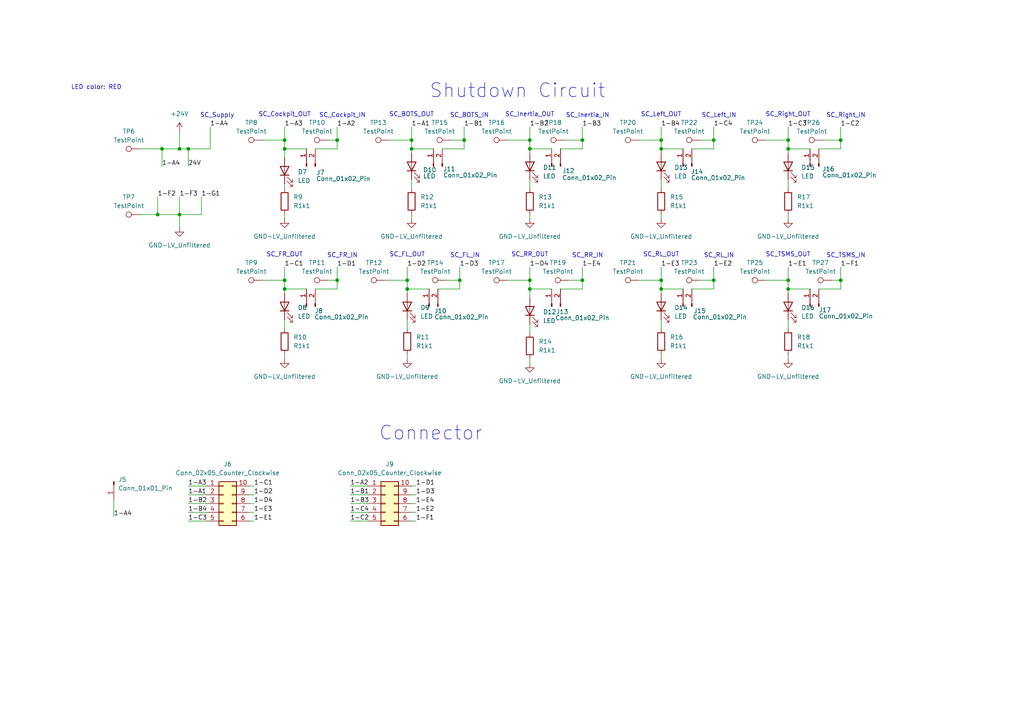
<source format=kicad_sch>
(kicad_sch (version 20231120) (generator "eeschema") (generator_version "8.0")
  (paper "A4")
  (lib_symbols
    (symbol "Connector:Conn_01x01_Pin" (pin_names (offset 1.016) hide)
      (property "Reference" "J" (at 0 2.54 0))
      (property "Value" "Conn_01x01_Pin" (at 0 -2.54 0))
      (symbol "Conn_01x01_Pin_1_1"
        (polyline (pts (xy 1.27 0) (xy 0.8636 0)) (stroke (width 0.1524)))
        (rectangle (start 0.8636 0.127) (end 0 -0.127) (stroke (width 0.1524)) (fill (type outline)))
        (pin passive line (at 5.08 0 180) (length 3.81) (name "Pin_1") (number "1"))
      )
    )
    (symbol "Connector:Conn_01x02_Pin" (pin_names (offset 1.016) hide)
      (property "Reference" "J" (at 0 2.54 0))
      (property "Value" "Conn_01x02_Pin" (at 0 -5.08 0))
      (symbol "Conn_01x02_Pin_1_1"
        (polyline (pts (xy 1.27 -2.54) (xy 0.8636 -2.54)) (stroke (width 0.1524)))
        (polyline (pts (xy 1.27 0) (xy 0.8636 0)) (stroke (width 0.1524)))
        (rectangle (start 0.8636 -2.413) (end 0 -2.667) (stroke (width 0.1524)) (fill (type outline)))
        (rectangle (start 0.8636 0.127) (end 0 -0.127) (stroke (width 0.1524)) (fill (type outline)))
        (pin passive line (at 5.08 0 180) (length 3.81) (name "Pin_1") (number "1"))
        (pin passive line (at 5.08 -2.54 180) (length 3.81) (name "Pin_2") (number "2"))
      )
    )
    (symbol "Connector:TestPoint" (pin_numbers hide) (pin_names (offset 0.762) hide)
      (property "Reference" "TP" (at 0 6.858 0))
      (property "Value" "TestPoint" (at 0 5.08 0))
      (symbol "TestPoint_0_1"
        (circle (center 0 3.302) (radius 0.762))
      )
      (symbol "TestPoint_1_1"
        (pin passive line (at 0 0 90) (length 2.54) (name "1") (number "1"))
      )
    )
    (symbol "Connector_Generic:Conn_02x05_Counter_Clockwise" (pin_names (offset 1.016) hide)
      (property "Reference" "J" (at 1.27 7.62 0))
      (property "Value" "Conn_02x05_Counter_Clockwise" (at 1.27 -7.62 0))
      (symbol "Conn_02x05_Counter_Clockwise_1_1"
        (rectangle (start -1.27 -4.953) (end 0 -5.207) (stroke (width 0.1524)))
        (rectangle (start -1.27 -2.413) (end 0 -2.667) (stroke (width 0.1524)))
        (rectangle (start -1.27 0.127) (end 0 -0.127) (stroke (width 0.1524)))
        (rectangle (start -1.27 2.667) (end 0 2.413) (stroke (width 0.1524)))
        (rectangle (start -1.27 5.207) (end 0 4.953) (stroke (width 0.1524)))
        (rectangle (start -1.27 6.35) (end 3.81 -6.35) (stroke (width 0.254)) (fill (type background)))
        (rectangle (start 3.81 -4.953) (end 2.54 -5.207) (stroke (width 0.1524)))
        (rectangle (start 3.81 -2.413) (end 2.54 -2.667) (stroke (width 0.1524)))
        (rectangle (start 3.81 0.127) (end 2.54 -0.127) (stroke (width 0.1524)))
        (rectangle (start 3.81 2.667) (end 2.54 2.413) (stroke (width 0.1524)))
        (rectangle (start 3.81 5.207) (end 2.54 4.953) (stroke (width 0.1524)))
        (pin passive line (at -5.08 5.08 0) (length 3.81) (name "Pin_1") (number "1"))
        (pin passive line (at 7.62 5.08 180) (length 3.81) (name "Pin_10") (number "10"))
        (pin passive line (at -5.08 2.54 0) (length 3.81) (name "Pin_2") (number "2"))
        (pin passive line (at -5.08 0 0) (length 3.81) (name "Pin_3") (number "3"))
        (pin passive line (at -5.08 -2.54 0) (length 3.81) (name "Pin_4") (number "4"))
        (pin passive line (at -5.08 -5.08 0) (length 3.81) (name "Pin_5") (number "5"))
        (pin passive line (at 7.62 -5.08 180) (length 3.81) (name "Pin_6") (number "6"))
        (pin passive line (at 7.62 -2.54 180) (length 3.81) (name "Pin_7") (number "7"))
        (pin passive line (at 7.62 0 180) (length 3.81) (name "Pin_8") (number "8"))
        (pin passive line (at 7.62 2.54 180) (length 3.81) (name "Pin_9") (number "9"))
      )
    )
    (symbol "Device:LED" (pin_numbers hide) (pin_names (offset 1.016) hide)
      (property "Reference" "D" (at 0 2.54 0))
      (property "Value" "LED" (at 0 -2.54 0))
      (symbol "LED_0_1"
        (polyline (pts (xy -1.27 -1.27) (xy -1.27 1.27)) (stroke (width 0.254)))
        (polyline (pts (xy -1.27 0) (xy 1.27 0)))
        (polyline (pts (xy 1.27 -1.27) (xy 1.27 1.27) (xy -1.27 0) (xy 1.27 -1.27)) (stroke (width 0.254)))
        (polyline (pts (xy -3.048 -0.762) (xy -4.572 -2.286) (xy -3.81 -2.286) (xy -4.572 -2.286) (xy -4.572 -1.524)))
        (polyline (pts (xy -1.778 -0.762) (xy -3.302 -2.286) (xy -2.54 -2.286) (xy -3.302 -2.286) (xy -3.302 -1.524)))
      )
      (symbol "LED_1_1"
        (pin passive line (at -3.81 0 0) (length 2.54) (name "K") (number "1"))
        (pin passive line (at 3.81 0 180) (length 2.54) (name "A") (number "2"))
      )
    )
    (symbol "Device:R" (pin_numbers hide) (pin_names (offset 0))
      (property "Reference" "R" (at 2.032 0 90))
      (property "Value" "R" (at 0 0 90))
      (symbol "R_0_1"
        (rectangle (start -1.016 -2.54) (end 1.016 2.54) (stroke (width 0.254)))
      )
      (symbol "R_1_1"
        (pin passive line (at 0 3.81 270) (length 1.27) (name "~") (number "1"))
        (pin passive line (at 0 -3.81 90) (length 1.27) (name "~") (number "2"))
      )
    )
    (symbol "power:+24V" (power) (pin_numbers hide) (pin_names (offset 0) hide)
      (property "Value" "+24V" (at 0 3.556 0))
      (symbol "+24V_0_1"
        (polyline (pts (xy -0.762 1.27) (xy 0 2.54)))
        (polyline (pts (xy 0 0) (xy 0 2.54)))
        (polyline (pts (xy 0 2.54) (xy 0.762 1.27)))
      )
      (symbol "+24V_1_1"
        (pin power_in line (at 0 0 90) (length 0) (name "~") (number "1"))
      )
    )
    (symbol "power:GND" (power) (pin_numbers hide) (pin_names (offset 0) hide)
      (property "Value" "GND" (at 0 -3.81 0))
      (symbol "GND_0_1"
        (polyline (pts (xy 0 0) (xy 0 -1.27) (xy 1.27 -1.27) (xy 0 -2.54) (xy -1.27 -1.27) (xy 0 -1.27)))
      )
      (symbol "GND_1_1"
        (pin power_in line (at 0 0 270) (length 0) (name "~") (number "1"))
      )
    )
  )
  (junction (at 118.11 81.28))
  (junction (at 228.6 81.28))
  (junction (at 207.01 81.28))
  (junction (at 168.91 40.64))
  (junction (at 153.67 81.28))
  (junction (at 243.84 81.28))
  (junction (at 168.91 81.28))
  (junction (at 228.6 43.18))
  (junction (at 134.62 40.64))
  (junction (at 46.99 43.18))
  (junction (at 54.61 43.18))
  (junction (at 97.79 81.28))
  (junction (at 52.07 62.23))
  (junction (at 191.77 83.82))
  (junction (at 52.07 43.18))
  (junction (at 97.79 40.64))
  (junction (at 118.11 83.82))
  (junction (at 153.67 83.82))
  (junction (at 191.77 43.18))
  (junction (at 82.55 83.82))
  (junction (at 153.67 40.64))
  (junction (at 228.6 40.64))
  (junction (at 82.55 81.28))
  (junction (at 228.6 83.82))
  (junction (at 191.77 40.64))
  (junction (at 45.72 62.23))
  (junction (at 153.67 43.18))
  (junction (at 243.84 40.64))
  (junction (at 191.77 81.28))
  (junction (at 207.01 40.64))
  (junction (at 119.38 40.64))
  (junction (at 82.55 40.64))
  (junction (at 119.38 43.18))
  (junction (at 133.35 81.28))
  (junction (at 82.55 43.18))
  (wire (pts (xy 119.38 43.18) (xy 119.38 44.45)))
  (wire (pts (xy 147.32 40.64) (xy 153.67 40.64)))
  (wire (pts (xy 191.77 92.71) (xy 191.77 95.25)))
  (wire (pts (xy 118.11 81.28) (xy 118.11 83.82)))
  (wire (pts (xy 200.66 83.82) (xy 207.01 83.82)))
  (wire (pts (xy 153.67 77.47) (xy 153.67 81.28)))
  (wire (pts (xy 119.38 36.83) (xy 119.38 40.64)))
  (wire (pts (xy 40.64 43.18) (xy 46.99 43.18)))
  (wire (pts (xy 241.3 81.28) (xy 243.84 81.28)))
  (wire (pts (xy 54.61 151.13) (xy 59.69 151.13)))
  (wire (pts (xy 52.07 43.18) (xy 46.99 43.18)))
  (wire (pts (xy 153.67 36.83) (xy 153.67 40.64)))
  (wire (pts (xy 228.6 40.64) (xy 228.6 43.18)))
  (wire (pts (xy 101.6 146.05) (xy 106.68 146.05)))
  (wire (pts (xy 153.67 62.23) (xy 153.67 63.5)))
  (wire (pts (xy 52.07 62.23) (xy 45.72 62.23)))
  (wire (pts (xy 134.62 36.83) (xy 134.62 40.64)))
  (wire (pts (xy 168.91 81.28) (xy 168.91 83.82)))
  (wire (pts (xy 54.61 43.18) (xy 60.96 43.18)))
  (wire (pts (xy 46.99 43.18) (xy 46.99 48.26)))
  (wire (pts (xy 119.38 62.23) (xy 119.38 63.5)))
  (wire (pts (xy 91.44 83.82) (xy 97.79 83.82)))
  (wire (pts (xy 119.38 140.97) (xy 120.65 140.97)))
  (wire (pts (xy 228.6 36.83) (xy 228.6 40.64)))
  (wire (pts (xy 168.91 36.83) (xy 168.91 40.64)))
  (wire (pts (xy 243.84 77.47) (xy 243.84 81.28)))
  (wire (pts (xy 185.42 81.28) (xy 191.77 81.28)))
  (wire (pts (xy 127 83.82) (xy 133.35 83.82)))
  (wire (pts (xy 52.07 62.23) (xy 52.07 66.04)))
  (wire (pts (xy 203.2 81.28) (xy 207.01 81.28)))
  (wire (pts (xy 97.79 36.83) (xy 97.79 40.64)))
  (wire (pts (xy 168.91 40.64) (xy 168.91 43.18)))
  (wire (pts (xy 200.66 43.18) (xy 207.01 43.18)))
  (wire (pts (xy 191.77 77.47) (xy 191.77 81.28)))
  (wire (pts (xy 113.03 40.64) (xy 119.38 40.64)))
  (wire (pts (xy 95.25 81.28) (xy 97.79 81.28)))
  (wire (pts (xy 133.35 81.28) (xy 133.35 83.82)))
  (wire (pts (xy 72.39 140.97) (xy 73.66 140.97)))
  (wire (pts (xy 191.77 52.07) (xy 191.77 54.61)))
  (wire (pts (xy 101.6 151.13) (xy 106.68 151.13)))
  (wire (pts (xy 101.6 148.59) (xy 106.68 148.59)))
  (wire (pts (xy 82.55 77.47) (xy 82.55 81.28)))
  (wire (pts (xy 207.01 81.28) (xy 207.01 83.82)))
  (wire (pts (xy 72.39 143.51) (xy 73.66 143.51)))
  (wire (pts (xy 82.55 43.18) (xy 88.9 43.18)))
  (wire (pts (xy 76.2 81.28) (xy 82.55 81.28)))
  (wire (pts (xy 97.79 81.28) (xy 97.79 83.82)))
  (wire (pts (xy 33.02 144.78) (xy 33.02 149.86)))
  (wire (pts (xy 153.67 52.07) (xy 153.67 54.61)))
  (wire (pts (xy 237.49 43.18) (xy 243.84 43.18)))
  (wire (pts (xy 191.77 81.28) (xy 191.77 83.82)))
  (wire (pts (xy 82.55 92.71) (xy 82.55 95.25)))
  (wire (pts (xy 153.67 43.18) (xy 160.02 43.18)))
  (wire (pts (xy 153.67 40.64) (xy 153.67 43.18)))
  (wire (pts (xy 82.55 102.87) (xy 82.55 104.14)))
  (wire (pts (xy 191.77 43.18) (xy 191.77 44.45)))
  (wire (pts (xy 119.38 148.59) (xy 120.65 148.59)))
  (wire (pts (xy 185.42 40.64) (xy 191.77 40.64)))
  (wire (pts (xy 128.27 43.18) (xy 134.62 43.18)))
  (wire (pts (xy 238.76 40.64) (xy 243.84 40.64)))
  (wire (pts (xy 118.11 83.82) (xy 124.46 83.82)))
  (wire (pts (xy 222.25 81.28) (xy 228.6 81.28)))
  (wire (pts (xy 118.11 92.71) (xy 118.11 95.25)))
  (wire (pts (xy 191.77 43.18) (xy 198.12 43.18)))
  (wire (pts (xy 52.07 38.1) (xy 52.07 43.18)))
  (wire (pts (xy 52.07 57.15) (xy 52.07 62.23)))
  (wire (pts (xy 228.6 43.18) (xy 228.6 44.45)))
  (wire (pts (xy 60.96 36.83) (xy 60.96 43.18)))
  (wire (pts (xy 119.38 146.05) (xy 120.65 146.05)))
  (wire (pts (xy 82.55 40.64) (xy 82.55 43.18)))
  (wire (pts (xy 203.2 40.64) (xy 207.01 40.64)))
  (wire (pts (xy 191.77 62.23) (xy 191.77 63.5)))
  (wire (pts (xy 54.61 148.59) (xy 59.69 148.59)))
  (wire (pts (xy 228.6 83.82) (xy 228.6 85.09)))
  (wire (pts (xy 82.55 36.83) (xy 82.55 40.64)))
  (wire (pts (xy 163.83 40.64) (xy 168.91 40.64)))
  (wire (pts (xy 111.76 81.28) (xy 118.11 81.28)))
  (wire (pts (xy 191.77 102.87) (xy 191.77 104.14)))
  (wire (pts (xy 153.67 104.14) (xy 153.67 105.41)))
  (wire (pts (xy 45.72 57.15) (xy 45.72 62.23)))
  (wire (pts (xy 153.67 93.98) (xy 153.67 96.52)))
  (wire (pts (xy 82.55 43.18) (xy 82.55 45.72)))
  (wire (pts (xy 191.77 83.82) (xy 191.77 85.09)))
  (wire (pts (xy 72.39 151.13) (xy 73.66 151.13)))
  (wire (pts (xy 207.01 40.64) (xy 207.01 43.18)))
  (wire (pts (xy 54.61 140.97) (xy 59.69 140.97)))
  (wire (pts (xy 165.1 81.28) (xy 168.91 81.28)))
  (wire (pts (xy 243.84 36.83) (xy 243.84 40.64)))
  (wire (pts (xy 162.56 43.18) (xy 168.91 43.18)))
  (wire (pts (xy 52.07 62.23) (xy 58.42 62.23)))
  (wire (pts (xy 222.25 40.64) (xy 228.6 40.64)))
  (wire (pts (xy 168.91 77.47) (xy 168.91 81.28)))
  (wire (pts (xy 133.35 77.47) (xy 133.35 81.28)))
  (wire (pts (xy 191.77 83.82) (xy 198.12 83.82)))
  (wire (pts (xy 153.67 83.82) (xy 153.67 86.36)))
  (wire (pts (xy 119.38 40.64) (xy 119.38 43.18)))
  (wire (pts (xy 95.25 40.64) (xy 97.79 40.64)))
  (wire (pts (xy 101.6 143.51) (xy 106.68 143.51)))
  (wire (pts (xy 207.01 36.83) (xy 207.01 40.64)))
  (wire (pts (xy 52.07 43.18) (xy 54.61 43.18)))
  (wire (pts (xy 153.67 81.28) (xy 153.67 83.82)))
  (wire (pts (xy 228.6 92.71) (xy 228.6 95.25)))
  (wire (pts (xy 129.54 81.28) (xy 133.35 81.28)))
  (wire (pts (xy 82.55 62.23) (xy 82.55 63.5)))
  (wire (pts (xy 58.42 57.15) (xy 58.42 62.23)))
  (wire (pts (xy 72.39 148.59) (xy 73.66 148.59)))
  (wire (pts (xy 54.61 43.18) (xy 54.61 48.26)))
  (wire (pts (xy 243.84 81.28) (xy 243.84 83.82)))
  (wire (pts (xy 147.32 81.28) (xy 153.67 81.28)))
  (wire (pts (xy 130.81 40.64) (xy 134.62 40.64)))
  (wire (pts (xy 228.6 102.87) (xy 228.6 104.14)))
  (wire (pts (xy 191.77 36.83) (xy 191.77 40.64)))
  (wire (pts (xy 228.6 62.23) (xy 228.6 63.5)))
  (wire (pts (xy 91.44 43.18) (xy 97.79 43.18)))
  (wire (pts (xy 119.38 143.51) (xy 120.65 143.51)))
  (wire (pts (xy 119.38 43.18) (xy 125.73 43.18)))
  (wire (pts (xy 118.11 83.82) (xy 118.11 85.09)))
  (wire (pts (xy 101.6 140.97) (xy 106.68 140.97)))
  (wire (pts (xy 76.2 40.64) (xy 82.55 40.64)))
  (wire (pts (xy 40.64 62.23) (xy 45.72 62.23)))
  (wire (pts (xy 97.79 77.47) (xy 97.79 81.28)))
  (wire (pts (xy 237.49 83.82) (xy 243.84 83.82)))
  (wire (pts (xy 82.55 81.28) (xy 82.55 83.82)))
  (wire (pts (xy 191.77 40.64) (xy 191.77 43.18)))
  (wire (pts (xy 228.6 43.18) (xy 234.95 43.18)))
  (wire (pts (xy 228.6 83.82) (xy 234.95 83.82)))
  (wire (pts (xy 119.38 151.13) (xy 120.65 151.13)))
  (wire (pts (xy 82.55 53.34) (xy 82.55 54.61)))
  (wire (pts (xy 153.67 43.18) (xy 153.67 44.45)))
  (wire (pts (xy 228.6 52.07) (xy 228.6 54.61)))
  (wire (pts (xy 134.62 40.64) (xy 134.62 43.18)))
  (wire (pts (xy 72.39 146.05) (xy 73.66 146.05)))
  (wire (pts (xy 118.11 102.87) (xy 118.11 104.14)))
  (wire (pts (xy 228.6 81.28) (xy 228.6 83.82)))
  (wire (pts (xy 207.01 77.47) (xy 207.01 81.28)))
  (wire (pts (xy 54.61 146.05) (xy 59.69 146.05)))
  (wire (pts (xy 153.67 83.82) (xy 160.02 83.82)))
  (wire (pts (xy 82.55 83.82) (xy 88.9 83.82)))
  (wire (pts (xy 97.79 40.64) (xy 97.79 43.18)))
  (wire (pts (xy 54.61 143.51) (xy 59.69 143.51)))
  (wire (pts (xy 228.6 77.47) (xy 228.6 81.28)))
  (wire (pts (xy 118.11 77.47) (xy 118.11 81.28)))
  (wire (pts (xy 119.38 52.07) (xy 119.38 54.61)))
  (wire (pts (xy 243.84 40.64) (xy 243.84 43.18)))
  (wire (pts (xy 162.56 83.82) (xy 168.91 83.82)))
  (wire (pts (xy 82.55 83.82) (xy 82.55 85.09)))
  (text "SC_TSMS_OUT" (at 228.6 73.914 0) (effects (font (size 1.27 1.27))))
  (text "SC_Cockpit_IN" (at 99.314 33.528 0) (effects (font (size 1.27 1.27))))
  (text "Shutdown Circuit" (at 150.114 26.416 0) (effects (font (size 4 4))))
  (text "SC_Right_OUT" (at 228.6 33.274 0) (effects (font (size 1.27 1.27))))
  (text "LED color: RED" (at 27.94 25.4 0) (effects (font (size 1.27 1.27))))
  (text "SC_TSMS_IN" (at 245.364 74.168 0) (effects (font (size 1.27 1.27))))
  (text "SC_FL_OUT" (at 118.11 73.914 0) (effects (font (size 1.27 1.27))))
  (text "Connector" (at 124.968 125.73 0) (effects (font (size 4 4))))
  (text "SC_Left_IN" (at 208.534 33.528 0) (effects (font (size 1.27 1.27))))
  (text "SC_Supply" (at 62.992 33.528 0) (effects (font (size 1.27 1.27))))
  (text "SC_Left_OUT" (at 191.77 33.274 0) (effects (font (size 1.27 1.27))))
  (text "SC_RL_IN" (at 208.534 74.168 0) (effects (font (size 1.27 1.27))))
  (text "SC_FR_OUT" (at 82.55 73.914 0) (effects (font (size 1.27 1.27))))
  (text "SC_Right_IN" (at 245.364 33.528 0) (effects (font (size 1.27 1.27))))
  (text "SC_FR_IN" (at 99.314 74.168 0) (effects (font (size 1.27 1.27))))
  (text "SC_FL_IN" (at 134.874 74.168 0) (effects (font (size 1.27 1.27))))
  (text "SC_BOTS_IN\n" (at 136.144 33.528 0) (effects (font (size 1.27 1.27))))
  (text "SC_RR_OUT" (at 153.67 73.914 0) (effects (font (size 1.27 1.27))))
  (text "SC_Inertia_OUT\n" (at 153.67 33.274 0) (effects (font (size 1.27 1.27))))
  (text "SC_RL_OUT" (at 191.77 73.914 0) (effects (font (size 1.27 1.27))))
  (text "SC_RR_IN" (at 170.434 74.168 0) (effects (font (size 1.27 1.27))))
  (text "SC_Inertia_IN" (at 170.434 33.528 0) (effects (font (size 1.27 1.27))))
  (text "SC_BOTS_OUT" (at 119.38 33.274 0) (effects (font (size 1.27 1.27))))
  (text "SC_Cockpit_OUT" (at 82.55 33.274 0) (effects (font (size 1.27 1.27))))
  (label "1-C2" (at 101.6 151.13 0))
  (label "1-A4" (at 33.02 149.86 0))
  (label "1-E3" (at 191.77 77.47 0))
  (label "1-A3" (at 54.61 140.97 0))
  (label "24V" (at 54.61 48.26 0))
  (label "1-D4" (at 153.67 77.47 0))
  (label "1-E4" (at 120.65 146.05 0))
  (label "1-A1" (at 54.61 143.51 0))
  (label "1-A4" (at 46.99 48.26 0))
  (label "1-F1" (at 243.84 77.47 0))
  (label "1-C3" (at 228.6 36.83 0))
  (label "1-B4" (at 191.77 36.83 0))
  (label "1-D2" (at 118.11 77.47 0))
  (label "1-A2" (at 97.79 36.83 0))
  (label "1-B1" (at 134.62 36.83 0))
  (label "1-C4" (at 101.6 148.59 0))
  (label "1-D4" (at 73.66 146.05 0))
  (label "1-E2" (at 207.01 77.47 0))
  (label "1-C1" (at 73.66 140.97 0))
  (label "1-C2" (at 243.84 36.83 0))
  (label "1-A4" (at 60.96 36.83 0))
  (label "1-C4" (at 207.01 36.83 0))
  (label "1-D3" (at 133.35 77.47 0))
  (label "1-D1" (at 120.65 140.97 0))
  (label "1-C3" (at 54.61 151.13 0))
  (label "1-B2" (at 54.61 146.05 0))
  (label "1-B2" (at 153.67 36.83 0))
  (label "1-F3" (at 52.07 57.15 0))
  (label "1-D1" (at 97.79 77.47 0))
  (label "1-G1" (at 58.42 57.15 0))
  (label "1-A2" (at 101.6 140.97 0))
  (label "1-E3" (at 73.66 148.59 0))
  (label "1-C1" (at 82.55 77.47 0))
  (label "1-D2" (at 73.66 143.51 0))
  (label "1-E1" (at 228.6 77.47 0))
  (label "1-B3" (at 168.91 36.83 0))
  (label "1-B3" (at 101.6 146.05 0))
  (label "1-E2" (at 120.65 148.59 0))
  (label "1-F1" (at 120.65 151.13 0))
  (label "1-D3" (at 120.65 143.51 0))
  (label "1-B4" (at 54.61 148.59 0))
  (label "1-B1" (at 101.6 143.51 0))
  (label "1-A1" (at 119.38 36.83 0))
  (label "1-A3" (at 82.55 36.83 0))
  (label "1-F2" (at 45.72 57.15 0))
  (label "1-E1" (at 73.66 151.13 0))
  (label "1-E4" (at 168.91 77.47 0))
  (symbol (lib_id "Connector:TestPoint") (at 95.25 81.28 90) (unit 1)
    (property "Reference" "TP11" (at 91.948 76.2 90))
    (property "Value" "TestPoint" (at 91.948 78.74 90))
    (property "Footprint" "TestPoint:TestPoint_Keystone_5010-5014_Multipurpose" (effects (hide yes)))
    (property "Description" "test point" (effects (hide yes)))
  )
  (symbol (lib_id "Device:R") (at 228.6 58.42 0) (unit 1)
    (property "Reference" "R17" (at 231.14 57.1499 0) (effects (justify left)))
    (property "Value" "R1k1" (at 231.14 59.6899 0) (effects (justify left)))
    (property "Footprint" "Resistor_SMD:R_1206_3216Metric_Pad1.30x1.75mm_HandSolder" (effects (hide yes)))
    (property "Description" "Resistor" (effects (hide yes)))
  )
  (symbol (lib_id "Connector:TestPoint") (at 147.32 40.64 90) (unit 1)
    (property "Reference" "TP16" (at 144.018 35.56 90))
    (property "Value" "TestPoint" (at 144.018 38.1 90))
    (property "Footprint" "TestPoint:TestPoint_Keystone_5010-5014_Multipurpose" (effects (hide yes)))
    (property "Description" "test point" (effects (hide yes)))
  )
  (symbol (lib_id "Connector:TestPoint") (at 163.83 40.64 90) (unit 1)
    (property "Reference" "TP18" (at 160.528 35.56 90))
    (property "Value" "TestPoint" (at 160.528 38.1 90))
    (property "Footprint" "TestPoint:TestPoint_Keystone_5010-5014_Multipurpose" (effects (hide yes)))
    (property "Description" "test point" (effects (hide yes)))
  )
  (symbol (lib_id "Connector:Conn_01x02_Pin") (at 88.9 48.26 90) (unit 1)
    (property "Reference" "J7" (at 92.964 50.038 90))
    (property "Value" "Conn_01x02_Pin" (at 99.568 51.816 90))
    (property "Footprint" "Connector_PinHeader_2.54mm:PinHeader_1x02_P2.54mm_Vertical" (effects (hide yes)))
    (property "Description" "Generic connector, single row, 01x02, script generated" (effects (hide yes)))
  )
  (symbol (lib_id "Connector:TestPoint") (at 95.25 40.64 90) (unit 1)
    (property "Reference" "TP10" (at 91.948 35.56 90))
    (property "Value" "TestPoint" (at 91.948 38.1 90))
    (property "Footprint" "TestPoint:TestPoint_Keystone_5010-5014_Multipurpose" (effects (hide yes)))
    (property "Description" "test point" (effects (hide yes)))
  )
  (symbol (lib_id "power:GND") (at 153.67 63.5 0) (unit 1)
    (property "Reference" "#PWR015" (effects (hide yes)))
    (property "Value" "GND-LV_Unfiltered" (at 153.67 68.58 0))
    (property "Description" "Power symbol creates a global label with name \"GND\" , ground" (effects (hide yes)))
  )
  (symbol (lib_id "Device:LED") (at 153.67 90.17 90) (unit 1)
    (property "Reference" "D12" (at 157.48 90.4874 90) (effects (justify right)))
    (property "Value" "LED" (at 157.48 93.0274 90) (effects (justify right)))
    (property "Footprint" "LED_SMD:LED_0805_2012Metric_Pad1.15x1.40mm_HandSolder" (effects (hide yes)))
    (property "Description" "Light emitting diode" (effects (hide yes)))
  )
  (symbol (lib_id "Device:LED") (at 191.77 88.9 90) (unit 1)
    (property "Reference" "D14" (at 195.58 89.2174 90) (effects (justify right)))
    (property "Value" "LED" (at 195.58 91.7574 90) (effects (justify right)))
    (property "Footprint" "LED_SMD:LED_0805_2012Metric_Pad1.15x1.40mm_HandSolder" (effects (hide yes)))
    (property "Description" "Light emitting diode" (effects (hide yes)))
  )
  (symbol (lib_id "Connector:Conn_01x02_Pin") (at 88.9 88.9 90) (unit 1)
    (property "Reference" "J8" (at 92.456 90.17 90))
    (property "Value" "Conn_01x02_Pin" (at 99.06 91.948 90))
    (property "Footprint" "Connector_PinHeader_2.54mm:PinHeader_1x02_P2.54mm_Vertical" (effects (hide yes)))
    (property "Description" "Generic connector, single row, 01x02, script generated" (effects (hide yes)))
  )
  (symbol (lib_id "Device:R") (at 119.38 58.42 0) (unit 1)
    (property "Reference" "R12" (at 121.92 57.1499 0) (effects (justify left)))
    (property "Value" "R1k1" (at 121.92 59.6899 0) (effects (justify left)))
    (property "Footprint" "Resistor_SMD:R_1206_3216Metric_Pad1.30x1.75mm_HandSolder" (effects (hide yes)))
    (property "Description" "Resistor" (effects (hide yes)))
  )
  (symbol (lib_id "Device:R") (at 118.11 99.06 0) (unit 1)
    (property "Reference" "R11" (at 120.65 97.7899 0) (effects (justify left)))
    (property "Value" "R1k1" (at 120.65 100.3299 0) (effects (justify left)))
    (property "Footprint" "Resistor_SMD:R_1206_3216Metric_Pad1.30x1.75mm_HandSolder" (effects (hide yes)))
    (property "Description" "Resistor" (effects (hide yes)))
  )
  (symbol (lib_id "Connector:TestPoint") (at 76.2 40.64 90) (unit 1)
    (property "Reference" "TP8" (at 72.898 35.56 90))
    (property "Value" "TestPoint" (at 72.898 38.1 90))
    (property "Footprint" "TestPoint:TestPoint_Keystone_5010-5014_Multipurpose" (effects (hide yes)))
    (property "Description" "test point" (effects (hide yes)))
  )
  (symbol (lib_id "Connector:TestPoint") (at 113.03 40.64 90) (unit 1)
    (property "Reference" "TP13" (at 109.728 35.56 90))
    (property "Value" "TestPoint" (at 109.728 38.1 90))
    (property "Footprint" "TestPoint:TestPoint_Keystone_5010-5014_Multipurpose" (effects (hide yes)))
    (property "Description" "test point" (effects (hide yes)))
  )
  (symbol (lib_id "power:GND") (at 119.38 63.5 0) (unit 1)
    (property "Reference" "#PWR014" (effects (hide yes)))
    (property "Value" "GND-LV_Unfiltered" (at 119.38 68.58 0))
    (property "Description" "Power symbol creates a global label with name \"GND\" , ground" (effects (hide yes)))
  )
  (symbol (lib_id "Connector:TestPoint") (at 222.25 81.28 90) (unit 1)
    (property "Reference" "TP25" (at 218.948 76.2 90))
    (property "Value" "TestPoint" (at 218.948 78.74 90))
    (property "Footprint" "TestPoint:TestPoint_Keystone_5010-5014_Multipurpose" (effects (hide yes)))
    (property "Description" "test point" (effects (hide yes)))
  )
  (symbol (lib_id "Device:LED") (at 153.67 48.26 90) (unit 1)
    (property "Reference" "D11" (at 157.48 48.5774 90) (effects (justify right)))
    (property "Value" "LED" (at 157.48 51.1174 90) (effects (justify right)))
    (property "Footprint" "LED_SMD:LED_0805_2012Metric_Pad1.15x1.40mm_HandSolder" (effects (hide yes)))
    (property "Description" "Light emitting diode" (effects (hide yes)))
  )
  (symbol (lib_id "Connector:TestPoint") (at 76.2 81.28 90) (unit 1)
    (property "Reference" "TP9" (at 72.898 76.2 90))
    (property "Value" "TestPoint" (at 72.898 78.74 90))
    (property "Footprint" "TestPoint:TestPoint_Keystone_5010-5014_Multipurpose" (effects (hide yes)))
    (property "Description" "test point" (effects (hide yes)))
  )
  (symbol (lib_id "power:GND") (at 191.77 63.5 0) (unit 1)
    (property "Reference" "#PWR017" (effects (hide yes)))
    (property "Value" "GND-LV_Unfiltered" (at 191.77 68.58 0))
    (property "Description" "Power symbol creates a global label with name \"GND\" , ground" (effects (hide yes)))
  )
  (symbol (lib_id "Device:R") (at 82.55 58.42 0) (unit 1)
    (property "Reference" "R9" (at 85.09 57.1499 0) (effects (justify left)))
    (property "Value" "R1k1" (at 85.09 59.6899 0) (effects (justify left)))
    (property "Footprint" "Resistor_SMD:R_1206_3216Metric_Pad1.30x1.75mm_HandSolder" (effects (hide yes)))
    (property "Description" "Resistor" (effects (hide yes)))
  )
  (symbol (lib_id "Connector:TestPoint") (at 40.64 62.23 90) (unit 1)
    (property "Reference" "TP7" (at 37.338 57.15 90))
    (property "Value" "TestPoint" (at 37.338 59.69 90))
    (property "Footprint" "TestPoint:TestPoint_Keystone_5010-5014_Multipurpose" (effects (hide yes)))
    (property "Description" "test point" (effects (hide yes)))
  )
  (symbol (lib_id "power:GND") (at 191.77 104.14 0) (unit 1)
    (property "Reference" "#PWR018" (effects (hide yes)))
    (property "Value" "GND-LV_Unfiltered" (at 191.77 109.22 0))
    (property "Description" "Power symbol creates a global label with name \"GND\" , ground" (effects (hide yes)))
  )
  (symbol (lib_id "Connector:Conn_01x02_Pin") (at 198.12 88.9 90) (unit 1)
    (property "Reference" "J15" (at 202.946 90.17 90))
    (property "Value" "Conn_01x02_Pin" (at 208.788 91.948 90))
    (property "Footprint" "Connector_PinHeader_2.54mm:PinHeader_1x02_P2.54mm_Vertical" (effects (hide yes)))
    (property "Description" "Generic connector, single row, 01x02, script generated" (effects (hide yes)))
  )
  (symbol (lib_id "power:GND") (at 228.6 63.5 0) (unit 1)
    (property "Reference" "#PWR019" (effects (hide yes)))
    (property "Value" "GND-LV_Unfiltered" (at 228.6 68.58 0))
    (property "Description" "Power symbol creates a global label with name \"GND\" , ground" (effects (hide yes)))
  )
  (symbol (lib_id "Device:R") (at 191.77 99.06 0) (unit 1)
    (property "Reference" "R16" (at 194.31 97.7899 0) (effects (justify left)))
    (property "Value" "R1k1" (at 194.31 100.3299 0) (effects (justify left)))
    (property "Footprint" "Resistor_SMD:R_1206_3216Metric_Pad1.30x1.75mm_HandSolder" (effects (hide yes)))
    (property "Description" "Resistor" (effects (hide yes)))
  )
  (symbol (lib_id "Connector:TestPoint") (at 40.64 43.18 90) (unit 1)
    (property "Reference" "TP6" (at 37.338 38.1 90))
    (property "Value" "TestPoint" (at 37.338 40.64 90))
    (property "Footprint" "TestPoint:TestPoint_Keystone_5010-5014_Multipurpose" (effects (hide yes)))
    (property "Description" "test point" (effects (hide yes)))
  )
  (symbol (lib_id "Connector:Conn_01x02_Pin") (at 124.46 88.9 90) (unit 1)
    (property "Reference" "J10" (at 127.762 90.17 90))
    (property "Value" "Conn_01x02_Pin" (at 133.858 91.948 90))
    (property "Footprint" "Connector_PinHeader_2.54mm:PinHeader_1x02_P2.54mm_Vertical" (effects (hide yes)))
    (property "Description" "Generic connector, single row, 01x02, script generated" (effects (hide yes)))
  )
  (symbol (lib_id "Connector:TestPoint") (at 129.54 81.28 90) (unit 1)
    (property "Reference" "TP14" (at 126.238 76.2 90))
    (property "Value" "TestPoint" (at 126.238 78.74 90))
    (property "Footprint" "TestPoint:TestPoint_Keystone_5010-5014_Multipurpose" (effects (hide yes)))
    (property "Description" "test point" (effects (hide yes)))
  )
  (symbol (lib_id "Connector:Conn_01x01_Pin") (at 33.02 139.7 270) (unit 1)
    (property "Reference" "J5" (at 34.29 139.0649 90) (effects (justify left)))
    (property "Value" "Conn_01x01_Pin" (at 34.29 141.6049 90) (effects (justify left)))
    (property "Footprint" "TestPoint:TestPoint_Keystone_5010-5014_Multipurpose" (effects (hide yes)))
    (property "Description" "Generic connector, single row, 01x01, script generated" (effects (hide yes)))
  )
  (symbol (lib_id "power:GND") (at 52.07 66.04 0) (unit 1)
    (property "Reference" "#PWR010" (effects (hide yes)))
    (property "Value" "GND-LV_Unfiltered" (at 52.07 71.12 0))
    (property "Description" "Power symbol creates a global label with name \"GND\" , ground" (effects (hide yes)))
  )
  (symbol (lib_id "Device:LED") (at 228.6 48.26 90) (unit 1)
    (property "Reference" "D15" (at 232.41 48.5774 90) (effects (justify right)))
    (property "Value" "LED" (at 232.41 51.1174 90) (effects (justify right)))
    (property "Footprint" "LED_SMD:LED_0805_2012Metric_Pad1.15x1.40mm_HandSolder" (effects (hide yes)))
    (property "Description" "Light emitting diode" (effects (hide yes)))
  )
  (symbol (lib_id "Connector:TestPoint") (at 203.2 40.64 90) (unit 1)
    (property "Reference" "TP22" (at 199.898 35.56 90))
    (property "Value" "TestPoint" (at 199.898 38.1 90))
    (property "Footprint" "TestPoint:TestPoint_Keystone_5010-5014_Multipurpose" (effects (hide yes)))
    (property "Description" "test point" (effects (hide yes)))
  )
  (symbol (lib_id "Connector:TestPoint") (at 185.42 40.64 90) (unit 1)
    (property "Reference" "TP20" (at 182.118 35.56 90))
    (property "Value" "TestPoint" (at 182.118 38.1 90))
    (property "Footprint" "TestPoint:TestPoint_Keystone_5010-5014_Multipurpose" (effects (hide yes)))
    (property "Description" "test point" (effects (hide yes)))
  )
  (symbol (lib_id "Device:LED") (at 119.38 48.26 90) (unit 1)
    (property "Reference" "D10" (at 122.682 49.276 90) (effects (justify right)))
    (property "Value" "LED" (at 122.682 51.054 90) (effects (justify right)))
    (property "Footprint" "LED_SMD:LED_0805_2012Metric_Pad1.15x1.40mm_HandSolder" (effects (hide yes)))
    (property "Description" "Light emitting diode" (effects (hide yes)))
  )
  (symbol (lib_id "power:+24V") (at 52.07 38.1 0) (unit 1)
    (property "Reference" "#PWR09" (effects (hide yes)))
    (property "Value" "+24V" (at 52.07 33.02 0))
    (property "Description" "Power symbol creates a global label with name \"+24V\"" (effects (hide yes)))
  )
  (symbol (lib_id "Device:LED") (at 118.11 88.9 90) (unit 1)
    (property "Reference" "D9" (at 121.92 89.2174 90) (effects (justify right)))
    (property "Value" "LED" (at 121.92 91.7574 90) (effects (justify right)))
    (property "Footprint" "LED_SMD:LED_0805_2012Metric_Pad1.15x1.40mm_HandSolder" (effects (hide yes)))
    (property "Description" "Light emitting diode" (effects (hide yes)))
  )
  (symbol (lib_id "Connector:TestPoint") (at 165.1 81.28 90) (unit 1)
    (property "Reference" "TP19" (at 161.798 76.2 90))
    (property "Value" "TestPoint" (at 161.798 78.74 90))
    (property "Footprint" "TestPoint:TestPoint_Keystone_5010-5014_Multipurpose" (effects (hide yes)))
    (property "Description" "test point" (effects (hide yes)))
  )
  (symbol (lib_id "power:GND") (at 82.55 104.14 0) (unit 1)
    (property "Reference" "#PWR012" (effects (hide yes)))
    (property "Value" "GND-LV_Unfiltered" (at 82.55 109.22 0))
    (property "Description" "Power symbol creates a global label with name \"GND\" , ground" (effects (hide yes)))
  )
  (symbol (lib_id "Connector:TestPoint") (at 241.3 81.28 90) (unit 1)
    (property "Reference" "TP27" (at 237.998 76.2 90))
    (property "Value" "TestPoint" (at 237.998 78.74 90))
    (property "Footprint" "TestPoint:TestPoint_Keystone_5010-5014_Multipurpose" (effects (hide yes)))
    (property "Description" "test point" (effects (hide yes)))
  )
  (symbol (lib_id "power:GND") (at 118.11 104.14 0) (unit 1)
    (property "Reference" "#PWR013" (effects (hide yes)))
    (property "Value" "GND-LV_Unfiltered" (at 118.11 109.22 0))
    (property "Description" "Power symbol creates a global label with name \"GND\" , ground" (effects (hide yes)))
  )
  (symbol (lib_id "power:GND") (at 228.6 104.14 0) (unit 1)
    (property "Reference" "#PWR020" (effects (hide yes)))
    (property "Value" "GND-LV_Unfiltered" (at 228.6 109.22 0))
    (property "Description" "Power symbol creates a global label with name \"GND\" , ground" (effects (hide yes)))
  )
  (symbol (lib_id "Connector:Conn_01x02_Pin") (at 234.95 88.9 90) (unit 1)
    (property "Reference" "J17" (at 239.268 89.916 90))
    (property "Value" "Conn_01x02_Pin" (at 245.364 91.694 90))
    (property "Footprint" "Connector_PinHeader_2.54mm:PinHeader_1x02_P2.54mm_Vertical" (effects (hide yes)))
    (property "Description" "Generic connector, single row, 01x02, script generated" (effects (hide yes)))
  )
  (symbol (lib_id "Connector:Conn_01x02_Pin") (at 198.12 48.26 90) (unit 1)
    (property "Reference" "J14" (at 202.184 49.784 90))
    (property "Value" "Conn_01x02_Pin" (at 208.28 51.562 90))
    (property "Footprint" "Connector_PinHeader_2.54mm:PinHeader_1x02_P2.54mm_Vertical" (effects (hide yes)))
    (property "Description" "Generic connector, single row, 01x02, script generated" (effects (hide yes)))
  )
  (symbol (lib_id "Device:R") (at 153.67 58.42 0) (unit 1)
    (property "Reference" "R13" (at 156.21 57.1499 0) (effects (justify left)))
    (property "Value" "R1k1" (at 156.21 59.6899 0) (effects (justify left)))
    (property "Footprint" "Resistor_SMD:R_1206_3216Metric_Pad1.30x1.75mm_HandSolder" (effects (hide yes)))
    (property "Description" "Resistor" (effects (hide yes)))
  )
  (symbol (lib_id "Connector:TestPoint") (at 222.25 40.64 90) (unit 1)
    (property "Reference" "TP24" (at 218.948 35.56 90))
    (property "Value" "TestPoint" (at 218.948 38.1 90))
    (property "Footprint" "TestPoint:TestPoint_Keystone_5010-5014_Multipurpose" (effects (hide yes)))
    (property "Description" "test point" (effects (hide yes)))
  )
  (symbol (lib_id "Connector:TestPoint") (at 203.2 81.28 90) (unit 1)
    (property "Reference" "TP23" (at 199.898 76.2 90))
    (property "Value" "TestPoint" (at 199.898 78.74 90))
    (property "Footprint" "TestPoint:TestPoint_Keystone_5010-5014_Multipurpose" (effects (hide yes)))
    (property "Description" "test point" (effects (hide yes)))
  )
  (symbol (lib_id "Connector:TestPoint") (at 238.76 40.64 90) (unit 1)
    (property "Reference" "TP26" (at 235.458 35.56 90))
    (property "Value" "TestPoint" (at 235.458 38.1 90))
    (property "Footprint" "TestPoint:TestPoint_Keystone_5010-5014_Multipurpose" (effects (hide yes)))
    (property "Description" "test point" (effects (hide yes)))
  )
  (symbol (lib_id "power:GND") (at 82.55 63.5 0) (unit 1)
    (property "Reference" "#PWR011" (effects (hide yes)))
    (property "Value" "GND-LV_Unfiltered" (at 82.55 68.58 0))
    (property "Description" "Power symbol creates a global label with name \"GND\" , ground" (effects (hide yes)))
  )
  (symbol (lib_id "Device:R") (at 82.55 99.06 0) (unit 1)
    (property "Reference" "R10" (at 85.09 97.7899 0) (effects (justify left)))
    (property "Value" "R1k1" (at 85.09 100.3299 0) (effects (justify left)))
    (property "Footprint" "Resistor_SMD:R_1206_3216Metric_Pad1.30x1.75mm_HandSolder" (effects (hide yes)))
    (property "Description" "Resistor" (effects (hide yes)))
  )
  (symbol (lib_id "Connector:Conn_01x02_Pin") (at 160.02 88.9 90) (unit 1)
    (property "Reference" "J13" (at 163.068 90.424 90))
    (property "Value" "Conn_01x02_Pin" (at 168.91 92.202 90))
    (property "Footprint" "Connector_PinHeader_2.54mm:PinHeader_1x02_P2.54mm_Vertical" (effects (hide yes)))
    (property "Description" "Generic connector, single row, 01x02, script generated" (effects (hide yes)))
  )
  (symbol (lib_id "power:GND") (at 153.67 105.41 0) (unit 1)
    (property "Reference" "#PWR016" (effects (hide yes)))
    (property "Value" "GND-LV_Unfiltered" (at 153.67 110.49 0))
    (property "Description" "Power symbol creates a global label with name \"GND\" , ground" (effects (hide yes)))
  )
  (symbol (lib_id "Device:LED") (at 82.55 49.53 90) (unit 1)
    (property "Reference" "D7" (at 86.36 49.8474 90) (effects (justify right)))
    (property "Value" "LED" (at 86.36 52.3874 90) (effects (justify right)))
    (property "Footprint" "LED_SMD:LED_0805_2012Metric_Pad1.15x1.40mm_HandSolder" (effects (hide yes)))
    (property "Description" "Light emitting diode" (effects (hide yes)))
  )
  (symbol (lib_id "Connector_Generic:Conn_02x05_Counter_Clockwise") (at 64.77 146.05 0) (unit 1)
    (property "Reference" "J6" (at 66.04 134.62 0))
    (property "Value" "Conn_02x05_Counter_Clockwise" (at 66.04 137.16 0))
    (property "Footprint" "Connector_Molex:Molex_Mini-Fit_Jr_5566-10A_2x05_P4.20mm_Vertical" (effects (hide yes)))
    (property "Description" "Generic connector, double row, 02x05, counter clockwise pin numbering scheme (similar to DIP package numbering), script generated (kicad-library-utils/schlib/autogen/connector/)" (effects (hide yes)))
  )
  (symbol (lib_id "Connector:Conn_01x02_Pin") (at 160.02 48.26 90) (unit 1)
    (property "Reference" "J12" (at 164.846 49.53 90))
    (property "Value" "Conn_01x02_Pin" (at 170.942 51.562 90))
    (property "Footprint" "Connector_PinHeader_2.54mm:PinHeader_1x02_P2.54mm_Vertical" (effects (hide yes)))
    (property "Description" "Generic connector, single row, 01x02, script generated" (effects (hide yes)))
  )
  (symbol (lib_id "Device:R") (at 153.67 100.33 0) (unit 1)
    (property "Reference" "R14" (at 156.21 99.0599 0) (effects (justify left)))
    (property "Value" "R1k1" (at 156.21 101.5999 0) (effects (justify left)))
    (property "Footprint" "Resistor_SMD:R_1206_3216Metric_Pad1.30x1.75mm_HandSolder" (effects (hide yes)))
    (property "Description" "Resistor" (effects (hide yes)))
  )
  (symbol (lib_id "Connector:TestPoint") (at 147.32 81.28 90) (unit 1)
    (property "Reference" "TP17" (at 144.018 76.2 90))
    (property "Value" "TestPoint" (at 144.018 78.74 90))
    (property "Footprint" "TestPoint:TestPoint_Keystone_5010-5014_Multipurpose" (effects (hide yes)))
    (property "Description" "test point" (effects (hide yes)))
  )
  (symbol (lib_id "Device:LED") (at 82.55 88.9 90) (unit 1)
    (property "Reference" "D8" (at 86.36 89.2174 90) (effects (justify right)))
    (property "Value" "LED" (at 86.36 91.7574 90) (effects (justify right)))
    (property "Footprint" "LED_SMD:LED_0805_2012Metric_Pad1.15x1.40mm_HandSolder" (effects (hide yes)))
    (property "Description" "Light emitting diode" (effects (hide yes)))
  )
  (symbol (lib_id "Connector:TestPoint") (at 185.42 81.28 90) (unit 1)
    (property "Reference" "TP21" (at 182.118 76.2 90))
    (property "Value" "TestPoint" (at 182.118 78.74 90))
    (property "Footprint" "TestPoint:TestPoint_Keystone_5010-5014_Multipurpose" (effects (hide yes)))
    (property "Description" "test point" (effects (hide yes)))
  )
  (symbol (lib_id "Device:R") (at 191.77 58.42 0) (unit 1)
    (property "Reference" "R15" (at 194.31 57.1499 0) (effects (justify left)))
    (property "Value" "R1k1" (at 194.31 59.6899 0) (effects (justify left)))
    (property "Footprint" "Resistor_SMD:R_1206_3216Metric_Pad1.30x1.75mm_HandSolder" (effects (hide yes)))
    (property "Description" "Resistor" (effects (hide yes)))
  )
  (symbol (lib_id "Device:LED") (at 191.77 48.26 90) (unit 1)
    (property "Reference" "D13" (at 195.58 48.5774 90) (effects (justify right)))
    (property "Value" "LED" (at 195.58 51.1174 90) (effects (justify right)))
    (property "Footprint" "LED_SMD:LED_0805_2012Metric_Pad1.15x1.40mm_HandSolder" (effects (hide yes)))
    (property "Description" "Light emitting diode" (effects (hide yes)))
  )
  (symbol (lib_id "Connector_Generic:Conn_02x05_Counter_Clockwise") (at 111.76 146.05 0) (unit 1)
    (property "Reference" "J9" (at 113.03 134.62 0))
    (property "Value" "Conn_02x05_Counter_Clockwise" (at 113.03 137.16 0))
    (property "Footprint" "Connector_Molex:Molex_Mini-Fit_Jr_5566-10A_2x05_P4.20mm_Vertical" (effects (hide yes)))
    (property "Description" "Generic connector, double row, 02x05, counter clockwise pin numbering scheme (similar to DIP package numbering), script generated (kicad-library-utils/schlib/autogen/connector/)" (effects (hide yes)))
  )
  (symbol (lib_id "Connector:Conn_01x02_Pin") (at 234.95 48.26 90) (unit 1)
    (property "Reference" "J16" (at 240.284 49.022 90))
    (property "Value" "Conn_01x02_Pin" (at 246.38 50.8 90))
    (property "Footprint" "Connector_PinHeader_2.54mm:PinHeader_1x02_P2.54mm_Vertical" (effects (hide yes)))
    (property "Description" "Generic connector, single row, 01x02, script generated" (effects (hide yes)))
  )
  (symbol (lib_id "Device:LED") (at 228.6 88.9 90) (unit 1)
    (property "Reference" "D16" (at 232.41 89.2174 90) (effects (justify right)))
    (property "Value" "LED" (at 232.41 91.7574 90) (effects (justify right)))
    (property "Footprint" "LED_SMD:LED_0805_2012Metric_Pad1.15x1.40mm_HandSolder" (effects (hide yes)))
    (property "Description" "Light emitting diode" (effects (hide yes)))
  )
  (symbol (lib_id "Connector:Conn_01x02_Pin") (at 125.73 48.26 90) (unit 1)
    (property "Reference" "J11" (at 130.302 49.022 90))
    (property "Value" "Conn_01x02_Pin" (at 136.398 50.8 90))
    (property "Footprint" "Connector_PinHeader_2.54mm:PinHeader_1x02_P2.54mm_Vertical" (effects (hide yes)))
    (property "Description" "Generic connector, single row, 01x02, script generated" (effects (hide yes)))
  )
  (symbol (lib_id "Device:R") (at 228.6 99.06 0) (unit 1)
    (property "Reference" "R18" (at 231.14 97.7899 0) (effects (justify left)))
    (property "Value" "R1k1" (at 231.14 100.3299 0) (effects (justify left)))
    (property "Footprint" "Resistor_SMD:R_1206_3216Metric_Pad1.30x1.75mm_HandSolder" (effects (hide yes)))
    (property "Description" "Resistor" (effects (hide yes)))
  )
  (symbol (lib_id "Connector:TestPoint") (at 111.76 81.28 90) (unit 1)
    (property "Reference" "TP12" (at 108.458 76.2 90))
    (property "Value" "TestPoint" (at 108.458 78.74 90))
    (property "Footprint" "TestPoint:TestPoint_Keystone_5010-5014_Multipurpose" (effects (hide yes)))
    (property "Description" "test point" (effects (hide yes)))
  )
  (symbol (lib_id "Connector:TestPoint") (at 130.81 40.64 90) (unit 1)
    (property "Reference" "TP15" (at 127.508 35.56 90))
    (property "Value" "TestPoint" (at 127.508 38.1 90))
    (property "Footprint" "TestPoint:TestPoint_Keystone_5010-5014_Multipurpose" (effects (hide yes)))
    (property "Description" "test point" (effects (hide yes)))
  )
)
</source>
